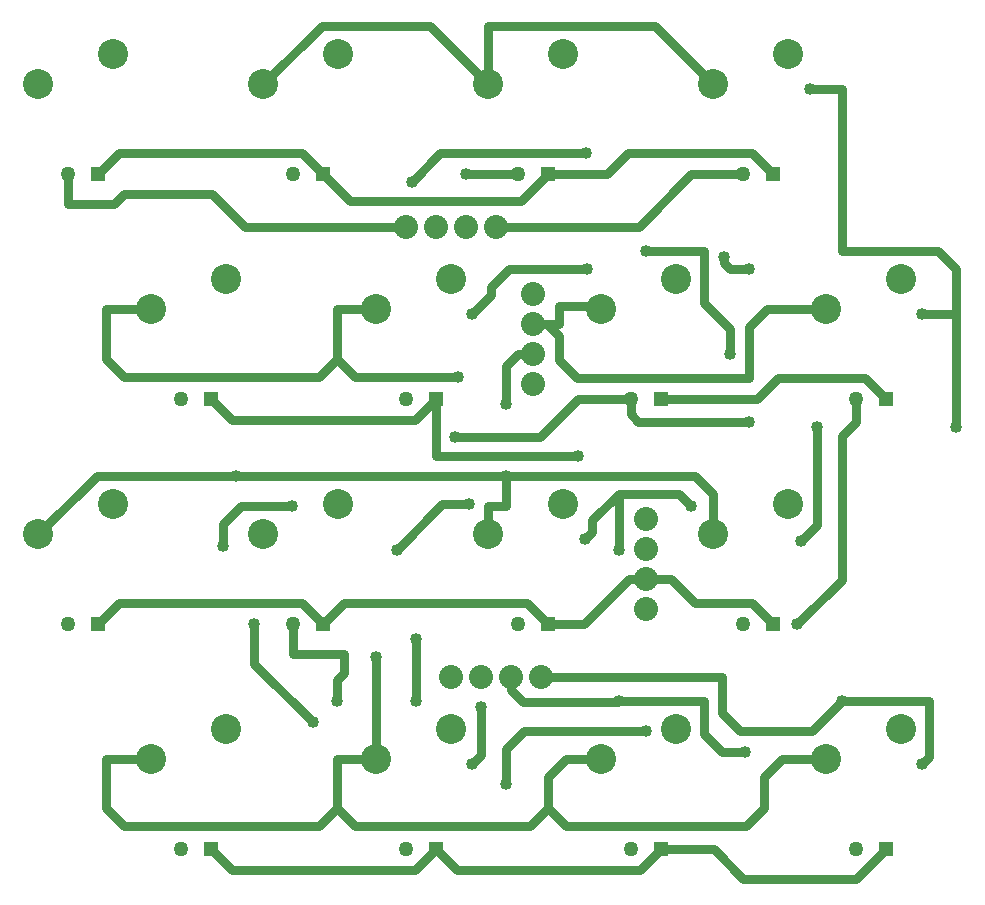
<source format=gtl>
G04 DipTrace 2.2.0.9*
%INTop.gbr*%
%MOIN*%
%ADD13C,0.03*%
%ADD15C,0.05*%
%ADD16R,0.05X0.05*%
%ADD17C,0.08*%
%ADD18C,0.1*%
%ADD19C,0.04*%
%FSLAX44Y44*%
%SFA1B1*%
%OFA0B0*%
G04*
G70*
G90*
G75*
G01*
%LNTop*%
%LPD*%
X9500Y27000D2*
D13*
X11450Y28950D1*
X15050D1*
X17000Y27000D1*
Y28950D1*
X22550D1*
X24500Y27000D1*
X32585Y15566D2*
Y19344D1*
Y20850D1*
X31985Y21450D1*
X28785D1*
Y26844D1*
X27705D1*
X31455Y4344D2*
X31700Y4589D1*
Y6450D1*
X28785D1*
X31455Y19344D2*
X32585D1*
X27410Y11785D2*
X27950Y12325D1*
Y15566D1*
X28785Y6450D2*
X27785Y5450D1*
X25400D1*
X24800Y6050D1*
Y7250D1*
X18750D1*
X23750Y12950D2*
X23350Y13350D1*
X21335D1*
X20450Y12465D1*
Y12089D1*
X20205Y11844D1*
X25045Y18000D2*
Y18862D1*
X24200Y19708D1*
Y21450D1*
X22250D1*
X25545Y4750D2*
X24800D1*
X24200Y5350D1*
Y6450D1*
X21335D1*
Y11494D2*
Y13350D1*
Y6450D2*
X21285Y6400D1*
X18150D1*
X17750Y6800D1*
Y7250D1*
X21335Y6450D2*
D3*
X8165Y11602D2*
Y12350D1*
X8765Y12950D1*
X10450D1*
X11145Y5750D2*
X9200Y7695D1*
Y9000D1*
X16750Y6254D2*
Y4639D1*
X16455Y4344D1*
X20300Y20850D2*
X17700D1*
X17100Y20250D1*
Y19980D1*
X16455Y19335D1*
X14445Y23750D2*
X15395Y24700D1*
X20250D1*
X20750Y19500D2*
D3*
X13250D2*
X11965D1*
Y17850D1*
X11365Y17250D1*
X4866D1*
X4266Y17850D1*
Y19500D1*
X5750D1*
X20750D2*
X20650Y19600D1*
X19350D1*
Y19000D1*
X18950D1*
X19350Y18600D1*
Y17800D1*
X19950Y17200D1*
X25695D1*
Y18900D1*
X26295Y19500D1*
X28250D1*
X11965Y17850D2*
X12565Y17250D1*
X15985D1*
X18500Y19000D2*
X18950D1*
X17000Y12000D2*
Y12950D1*
X17600D1*
Y13950D1*
X8600D1*
X17600Y16364D2*
Y17600D1*
X18000Y18000D1*
X18500D1*
X17600Y13950D2*
X23900D1*
X24500Y13350D1*
Y12000D1*
X8600Y13950D2*
X3950D1*
X2000Y12000D1*
X20750Y4500D2*
X19600D1*
X19000Y3900D1*
Y2865D1*
X19600Y2265D1*
X25595D1*
X26195Y2865D1*
Y3900D1*
X26795Y4500D1*
X28250D1*
X13250Y7900D2*
Y4500D1*
X11965D1*
Y2865D1*
X11365Y2265D1*
X4866D1*
X4266Y2865D1*
Y4500D1*
X5750D1*
X16350Y13000D2*
X15456D1*
X13950Y11494D1*
X11965Y2865D2*
X12565Y2265D1*
X18400D1*
X19000Y2865D1*
X26500Y24000D2*
X25800Y24700D1*
X21635D1*
X20935Y24000D1*
X19000D1*
X11500D2*
X10800Y24700D1*
X4700D1*
X4000Y24000D1*
X19000D2*
X18100Y23100D1*
X12400D1*
X11500Y24000D1*
X22750Y16500D2*
X25945D1*
X26645Y17200D1*
X29550D1*
X30250Y16500D1*
X20000Y14600D2*
X15250D1*
Y16500D1*
X14550Y15800D1*
X8450D1*
X7750Y16500D1*
X4000Y9000D2*
X4700Y9700D1*
X10800D1*
X11500Y9000D1*
X22250Y10500D2*
X23100D1*
X23900Y9700D1*
X25800D1*
X26500Y9000D1*
X19000D2*
X20185D1*
X21685Y10500D1*
X22250D1*
X11500Y9000D2*
X12200Y9700D1*
X18300D1*
X19000Y9000D1*
X30250Y1500D2*
X29266Y516D1*
X25487D1*
X24503Y1500D1*
X22750D1*
X17585Y3694D2*
Y4850D1*
X18185Y5450D1*
X22250D1*
X15250Y1500D2*
X14550Y800D1*
X8450D1*
X7750Y1500D1*
X22750D2*
X22050Y800D1*
X15950D1*
X15250Y1500D1*
X25500Y24000D2*
X23760D1*
X22010Y22250D1*
X17250D1*
X29250Y16500D2*
Y15748D1*
X28785Y15283D1*
Y10485D1*
X27300Y9000D1*
X15900Y15250D2*
X18725D1*
X19975Y16500D1*
X21750D1*
X24850Y21254D2*
Y21050D1*
X25050Y20850D1*
X25695D1*
X16250Y24000D2*
X18000D1*
X21750Y16500D2*
Y16000D1*
X22000Y15750D1*
X25695D1*
X14600Y6450D2*
Y8500D1*
X11965Y6450D2*
Y7133D1*
X12200Y7368D1*
Y8000D1*
X10500D1*
Y9000D1*
X3000Y24000D2*
Y23016D1*
X4533D1*
X4867Y23350D1*
X7800D1*
X8900Y22250D1*
X14250D1*
D19*
X31455Y4344D3*
X32585Y15566D3*
X27950D3*
X27410Y11785D3*
X27705Y26844D3*
X31455Y19344D3*
X28785Y6450D3*
X22250Y21450D3*
X25545Y4750D3*
X23750Y12950D3*
X21335Y11494D3*
Y6450D3*
X20205Y11844D3*
X25045Y18000D3*
X10450Y12950D3*
X8165Y11602D3*
X9200Y9000D3*
X11145Y5750D3*
X16455Y4344D3*
X16750Y6254D3*
X16455Y19335D3*
X20300Y20850D3*
X20250Y24700D3*
X14445Y23750D3*
X15985Y17250D3*
X17600Y16364D3*
X8600Y13950D3*
X17600D3*
X13250Y7900D3*
X13950Y11494D3*
X16350Y13000D3*
X20000Y14600D3*
X22250Y5450D3*
X17585Y3694D3*
X27300Y9000D3*
X25695Y15750D3*
Y20850D3*
X24850Y21254D3*
X15900Y15250D3*
X16250Y24000D3*
X14600Y8500D3*
Y6450D3*
X11965D3*
D15*
X3000Y24000D3*
D16*
X4000D3*
D15*
X10500D3*
D16*
X11500D3*
D15*
X18000D3*
D16*
X19000D3*
D15*
X25500D3*
D16*
X26500D3*
D15*
X6750Y16500D3*
D16*
X7750D3*
D15*
X14250D3*
D16*
X15250D3*
D15*
X21750D3*
D16*
X22750D3*
D15*
X29250D3*
D16*
X30250D3*
D15*
X3000Y9000D3*
D16*
X4000D3*
D15*
X10500D3*
D16*
X11500D3*
D15*
X18000D3*
D16*
X19000D3*
D15*
X25500D3*
D16*
X26500D3*
D15*
X6750Y1500D3*
D16*
X7750D3*
D15*
X14250D3*
D16*
X15250D3*
D15*
X21750D3*
D16*
X22750D3*
D15*
X29250D3*
D16*
X30250D3*
D17*
X22250Y9500D3*
Y10500D3*
Y11500D3*
Y12500D3*
X18750Y7250D3*
X17750D3*
X16750D3*
X15750D3*
X14250Y22250D3*
X15250D3*
X16250D3*
X17250D3*
X18500Y17000D3*
Y18000D3*
Y19000D3*
Y20000D3*
D18*
X2000Y27000D3*
X4500Y28000D3*
X9500Y27000D3*
X12000Y28000D3*
X17000Y27000D3*
X19500Y28000D3*
X24500Y27000D3*
X27000Y28000D3*
X5750Y19500D3*
X8250Y20500D3*
X13250Y19500D3*
X15750Y20500D3*
X20750Y19500D3*
X23250Y20500D3*
X28250Y19500D3*
X30750Y20500D3*
X2000Y12000D3*
X4500Y13000D3*
X9500Y12000D3*
X12000Y13000D3*
X17000Y12000D3*
X19500Y13000D3*
X24500Y12000D3*
X27000Y13000D3*
X5750Y4500D3*
X8250Y5500D3*
X13250Y4500D3*
X15750Y5500D3*
X20750Y4500D3*
X23250Y5500D3*
X28250Y4500D3*
X30750Y5500D3*
M02*

</source>
